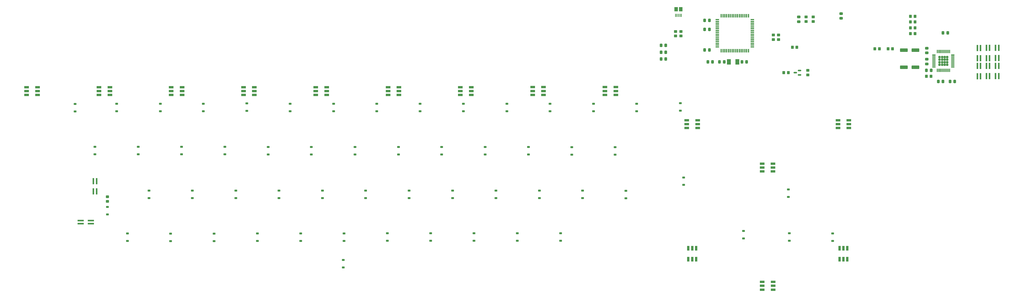
<source format=gtp>
%TF.GenerationSoftware,KiCad,Pcbnew,8.0.5*%
%TF.CreationDate,2025-01-07T07:11:47+01:00*%
%TF.ProjectId,A500KB,41353030-4b42-42e6-9b69-6361645f7063,rev?*%
%TF.SameCoordinates,Original*%
%TF.FileFunction,Paste,Top*%
%TF.FilePolarity,Positive*%
%FSLAX46Y46*%
G04 Gerber Fmt 4.6, Leading zero omitted, Abs format (unit mm)*
G04 Created by KiCad (PCBNEW 8.0.5) date 2025-01-07 07:11:47*
%MOMM*%
%LPD*%
G01*
G04 APERTURE LIST*
G04 Aperture macros list*
%AMRoundRect*
0 Rectangle with rounded corners*
0 $1 Rounding radius*
0 $2 $3 $4 $5 $6 $7 $8 $9 X,Y pos of 4 corners*
0 Add a 4 corners polygon primitive as box body*
4,1,4,$2,$3,$4,$5,$6,$7,$8,$9,$2,$3,0*
0 Add four circle primitives for the rounded corners*
1,1,$1+$1,$2,$3*
1,1,$1+$1,$4,$5*
1,1,$1+$1,$6,$7*
1,1,$1+$1,$8,$9*
0 Add four rect primitives between the rounded corners*
20,1,$1+$1,$2,$3,$4,$5,0*
20,1,$1+$1,$4,$5,$6,$7,0*
20,1,$1+$1,$6,$7,$8,$9,0*
20,1,$1+$1,$8,$9,$2,$3,0*%
%AMFreePoly0*
4,1,25,0.353073,0.485300,0.372568,0.469589,0.469589,0.372568,0.501215,0.314650,0.503891,0.289756,0.503891,-0.289756,0.485300,-0.353073,0.469589,-0.372568,0.372568,-0.469589,0.314650,-0.501215,0.289756,-0.503891,-0.289756,-0.503891,-0.353073,-0.485300,-0.372568,-0.469589,-0.469589,-0.372568,-0.501215,-0.314650,-0.503891,-0.289756,-0.503891,0.289756,-0.485300,0.353073,-0.469589,0.372568,
-0.372568,0.469589,-0.314650,0.501215,-0.289756,0.503891,0.289756,0.503891,0.353073,0.485300,0.353073,0.485300,$1*%
G04 Aperture macros list end*
%ADD10RoundRect,0.250000X-0.450000X0.325000X-0.450000X-0.325000X0.450000X-0.325000X0.450000X0.325000X0*%
%ADD11RoundRect,0.150000X0.587500X0.150000X-0.587500X0.150000X-0.587500X-0.150000X0.587500X-0.150000X0*%
%ADD12RoundRect,0.250000X0.450000X-0.350000X0.450000X0.350000X-0.450000X0.350000X-0.450000X-0.350000X0*%
%ADD13RoundRect,0.250000X-0.350000X-0.450000X0.350000X-0.450000X0.350000X0.450000X-0.350000X0.450000X0*%
%ADD14RoundRect,0.250000X0.337500X0.475000X-0.337500X0.475000X-0.337500X-0.475000X0.337500X-0.475000X0*%
%ADD15RoundRect,0.250000X-0.475000X0.337500X-0.475000X-0.337500X0.475000X-0.337500X0.475000X0.337500X0*%
%ADD16RoundRect,0.250000X0.350000X0.450000X-0.350000X0.450000X-0.350000X-0.450000X0.350000X-0.450000X0*%
%ADD17R,1.500000X0.550000*%
%ADD18R,0.550000X1.500000*%
%ADD19R,1.700000X2.400000*%
%ADD20R,0.800000X2.750000*%
%ADD21RoundRect,0.250000X-0.337500X-0.475000X0.337500X-0.475000X0.337500X0.475000X-0.337500X0.475000X0*%
%ADD22RoundRect,0.225000X-0.375000X0.225000X-0.375000X-0.225000X0.375000X-0.225000X0.375000X0.225000X0*%
%ADD23FreePoly0,180.000000*%
%ADD24RoundRect,0.075000X0.662500X0.075000X-0.662500X0.075000X-0.662500X-0.075000X0.662500X-0.075000X0*%
%ADD25RoundRect,0.075000X0.075000X0.662500X-0.075000X0.662500X-0.075000X-0.662500X0.075000X-0.662500X0*%
%ADD26RoundRect,0.250000X-0.450000X0.350000X-0.450000X-0.350000X0.450000X-0.350000X0.450000X0.350000X0*%
%ADD27RoundRect,0.250000X0.475000X-0.337500X0.475000X0.337500X-0.475000X0.337500X-0.475000X-0.337500X0*%
%ADD28R,0.400000X1.350000*%
%ADD29R,1.500000X1.900000*%
%ADD30R,2.750000X0.800000*%
%ADD31R,2.000000X1.100000*%
%ADD32RoundRect,0.250000X1.412500X0.550000X-1.412500X0.550000X-1.412500X-0.550000X1.412500X-0.550000X0*%
%ADD33R,1.100000X2.000000*%
G04 APERTURE END LIST*
D10*
%TO.C,D2*%
X68783200Y-306750000D03*
X68783200Y-308800000D03*
%TD*%
D11*
%TO.C,Q1*%
X373187500Y-253050000D03*
X373187500Y-251150000D03*
X371312500Y-252100000D03*
%TD*%
D12*
%TO.C,R1*%
X376800000Y-253075000D03*
X376800000Y-251075000D03*
%TD*%
D13*
%TO.C,R2*%
X366250000Y-252100000D03*
X368250000Y-252100000D03*
%TD*%
D14*
%TO.C,C5*%
X333537500Y-233050000D03*
X331462500Y-233050000D03*
%TD*%
D15*
%TO.C,C6*%
X372821200Y-227511700D03*
X372821200Y-229586700D03*
%TD*%
D12*
%TO.C,R4*%
X321050000Y-235925000D03*
X321050000Y-233925000D03*
%TD*%
D16*
%TO.C,R5*%
X372050000Y-240900000D03*
X370050000Y-240900000D03*
%TD*%
D17*
%TO.C,U2*%
X337048400Y-228704200D03*
X337048400Y-229504200D03*
X337048400Y-230304200D03*
X337048400Y-231104200D03*
X337048400Y-231904200D03*
X337048400Y-232704200D03*
X337048400Y-233504200D03*
X337048400Y-234304200D03*
X337048400Y-235104200D03*
X337048400Y-235904200D03*
X337048400Y-236704200D03*
X337048400Y-237504200D03*
X337048400Y-238304200D03*
X337048400Y-239104200D03*
X337048400Y-239904200D03*
X337048400Y-240704200D03*
D18*
X338748400Y-242404200D03*
X339548400Y-242404200D03*
X340348400Y-242404200D03*
X341148400Y-242404200D03*
X341948400Y-242404200D03*
X342748400Y-242404200D03*
X343548400Y-242404200D03*
X344348400Y-242404200D03*
X345148400Y-242404200D03*
X345948400Y-242404200D03*
X346748400Y-242404200D03*
X347548400Y-242404200D03*
X348348400Y-242404200D03*
X349148400Y-242404200D03*
X349948400Y-242404200D03*
X350748400Y-242404200D03*
D17*
X352448400Y-240704200D03*
X352448400Y-239904200D03*
X352448400Y-239104200D03*
X352448400Y-238304200D03*
X352448400Y-237504200D03*
X352448400Y-236704200D03*
X352448400Y-235904200D03*
X352448400Y-235104200D03*
X352448400Y-234304200D03*
X352448400Y-233504200D03*
X352448400Y-232704200D03*
X352448400Y-231904200D03*
X352448400Y-231104200D03*
X352448400Y-230304200D03*
X352448400Y-229504200D03*
X352448400Y-228704200D03*
D18*
X350748400Y-227004200D03*
X349948400Y-227004200D03*
X349148400Y-227004200D03*
X348348400Y-227004200D03*
X347548400Y-227004200D03*
X346748400Y-227004200D03*
X345948400Y-227004200D03*
X345148400Y-227004200D03*
X344348400Y-227004200D03*
X343548400Y-227004200D03*
X342748400Y-227004200D03*
X341948400Y-227004200D03*
X341148400Y-227004200D03*
X340348400Y-227004200D03*
X339548400Y-227004200D03*
X338748400Y-227004200D03*
%TD*%
D19*
%TO.C,Y2*%
X345823300Y-247321800D03*
X342123300Y-247321800D03*
%TD*%
D20*
%TO.C,D1*%
X62673000Y-304383000D03*
X64073000Y-304383000D03*
X64073000Y-299883000D03*
X62673000Y-299883000D03*
%TD*%
D13*
%TO.C,R6*%
X422000000Y-227250000D03*
X424000000Y-227250000D03*
%TD*%
D15*
%TO.C,C14*%
X391500000Y-226050000D03*
X391500000Y-228125000D03*
%TD*%
D21*
%TO.C,C3*%
X347884000Y-247359900D03*
X349959000Y-247359900D03*
%TD*%
%TO.C,C4*%
X338008700Y-247296400D03*
X340083700Y-247296400D03*
%TD*%
%TO.C,C1*%
X332898000Y-247309100D03*
X334973000Y-247309100D03*
%TD*%
D22*
%TO.C,D8*%
X77600000Y-322950000D03*
X77600000Y-326250000D03*
%TD*%
%TO.C,D9*%
X96600000Y-323000000D03*
X96600000Y-326300000D03*
%TD*%
%TO.C,D10*%
X115700000Y-323000000D03*
X115700000Y-326300000D03*
%TD*%
%TO.C,D11*%
X134800000Y-322950000D03*
X134800000Y-326250000D03*
%TD*%
%TO.C,D12*%
X153800000Y-322950000D03*
X153800000Y-326250000D03*
%TD*%
%TO.C,D13*%
X172550000Y-334600000D03*
X172550000Y-337900000D03*
%TD*%
%TO.C,D14*%
X172900000Y-322900000D03*
X172900000Y-326200000D03*
%TD*%
%TO.C,D15*%
X191900000Y-322850000D03*
X191900000Y-326150000D03*
%TD*%
%TO.C,D16*%
X211000000Y-322850000D03*
X211000000Y-326150000D03*
%TD*%
%TO.C,D17*%
X230000000Y-322850000D03*
X230000000Y-326150000D03*
%TD*%
%TO.C,D18*%
X249100000Y-322850000D03*
X249100000Y-326150000D03*
%TD*%
%TO.C,D19*%
X268100000Y-322850000D03*
X268100000Y-326150000D03*
%TD*%
%TO.C,D20*%
X387800000Y-322900000D03*
X387800000Y-326200000D03*
%TD*%
%TO.C,D21*%
X348600000Y-321850000D03*
X348600000Y-325150000D03*
%TD*%
%TO.C,D22*%
X368300000Y-303550000D03*
X368300000Y-306850000D03*
%TD*%
%TO.C,D24*%
X68800000Y-311250000D03*
X68800000Y-314550000D03*
%TD*%
%TO.C,D25*%
X87100000Y-304050000D03*
X87100000Y-307350000D03*
%TD*%
%TO.C,D26*%
X106200000Y-304050000D03*
X106200000Y-307350000D03*
%TD*%
%TO.C,D27*%
X125300000Y-304050000D03*
X125300000Y-307350000D03*
%TD*%
%TO.C,D28*%
X144300000Y-304050000D03*
X144300000Y-307350000D03*
%TD*%
%TO.C,D29*%
X163400000Y-304050000D03*
X163400000Y-307350000D03*
%TD*%
%TO.C,D30*%
X182400000Y-304050000D03*
X182400000Y-307350000D03*
%TD*%
%TO.C,D31*%
X201500000Y-304050000D03*
X201500000Y-307350000D03*
%TD*%
%TO.C,D32*%
X220600000Y-304050000D03*
X220600000Y-307350000D03*
%TD*%
%TO.C,D33*%
X239700000Y-304050000D03*
X239700000Y-307350000D03*
%TD*%
%TO.C,D34*%
X258800000Y-304050000D03*
X258800000Y-307350000D03*
%TD*%
%TO.C,D35*%
X277800000Y-304050000D03*
X277800000Y-307350000D03*
%TD*%
%TO.C,D36*%
X296800000Y-304150000D03*
X296800000Y-307450000D03*
%TD*%
D16*
%TO.C,R8*%
X424000000Y-234850000D03*
X422000000Y-234850000D03*
%TD*%
%TO.C,R9*%
X424000000Y-232350000D03*
X422000000Y-232350000D03*
%TD*%
D22*
%TO.C,D37*%
X63300000Y-284750000D03*
X63300000Y-288050000D03*
%TD*%
%TO.C,D38*%
X82400000Y-284750000D03*
X82400000Y-288050000D03*
%TD*%
%TO.C,D39*%
X101400000Y-284750000D03*
X101400000Y-288050000D03*
%TD*%
%TO.C,D40*%
X120500000Y-284750000D03*
X120500000Y-288050000D03*
%TD*%
%TO.C,D41*%
X139500000Y-284850000D03*
X139500000Y-288150000D03*
%TD*%
%TO.C,D42*%
X158500000Y-284850000D03*
X158500000Y-288150000D03*
%TD*%
%TO.C,D43*%
X177700000Y-284850000D03*
X177700000Y-288150000D03*
%TD*%
%TO.C,D44*%
X196800000Y-284850000D03*
X196800000Y-288150000D03*
%TD*%
%TO.C,D45*%
X215800000Y-284850000D03*
X215800000Y-288150000D03*
%TD*%
%TO.C,D46*%
X234900000Y-284850000D03*
X234900000Y-288150000D03*
%TD*%
%TO.C,D47*%
X254000000Y-284850000D03*
X254000000Y-288150000D03*
%TD*%
%TO.C,D48*%
X273000000Y-284900000D03*
X273000000Y-288200000D03*
%TD*%
%TO.C,D49*%
X292100000Y-284900000D03*
X292100000Y-288200000D03*
%TD*%
%TO.C,D50*%
X322200000Y-298250000D03*
X322200000Y-301550000D03*
%TD*%
D20*
%TO.C,D5*%
X451400000Y-253638000D03*
X452800000Y-253638000D03*
X452800000Y-249138000D03*
X451400000Y-249138000D03*
%TD*%
%TO.C,D6*%
X455400000Y-253625000D03*
X456800000Y-253625000D03*
X456800000Y-249125000D03*
X455400000Y-249125000D03*
%TD*%
%TO.C,D7*%
X459400000Y-253625000D03*
X460800000Y-253625000D03*
X460800000Y-249125000D03*
X459400000Y-249125000D03*
%TD*%
%TO.C,D52*%
X456800000Y-241179900D03*
X455400000Y-241179900D03*
X455400000Y-245679900D03*
X456800000Y-245679900D03*
%TD*%
%TO.C,D53*%
X460800000Y-241167200D03*
X459400000Y-241167200D03*
X459400000Y-245667200D03*
X460800000Y-245667200D03*
%TD*%
D23*
%TO.C,U1*%
X438150000Y-248587500D03*
X438150000Y-247462500D03*
X438150000Y-246337500D03*
X438150000Y-245212500D03*
X437025000Y-248587500D03*
X437025000Y-247462500D03*
X437025000Y-246337500D03*
X437025000Y-245212500D03*
X435900000Y-248587500D03*
X435900000Y-247462500D03*
X435900000Y-246337500D03*
X435900000Y-245212500D03*
X434775000Y-248587500D03*
X434775000Y-247462500D03*
X434775000Y-246337500D03*
X434775000Y-245212500D03*
D24*
X440625000Y-249650000D03*
X440625000Y-249150000D03*
X440625000Y-248650000D03*
X440625000Y-248150000D03*
X440625000Y-247650000D03*
X440625000Y-247150000D03*
X440625000Y-246650000D03*
X440625000Y-246150000D03*
X440625000Y-245650000D03*
X440625000Y-245150000D03*
X440625000Y-244650000D03*
X440625000Y-244150000D03*
D25*
X439212500Y-242737500D03*
X438712500Y-242737500D03*
X438212500Y-242737500D03*
X437712500Y-242737500D03*
X437212500Y-242737500D03*
X436712500Y-242737500D03*
X436212500Y-242737500D03*
X435712500Y-242737500D03*
X435212500Y-242737500D03*
X434712500Y-242737500D03*
X434212500Y-242737500D03*
X433712500Y-242737500D03*
D24*
X432300000Y-244150000D03*
X432300000Y-244650000D03*
X432300000Y-245150000D03*
X432300000Y-245650000D03*
X432300000Y-246150000D03*
X432300000Y-246650000D03*
X432300000Y-247150000D03*
X432300000Y-247650000D03*
X432300000Y-248150000D03*
X432300000Y-248650000D03*
X432300000Y-249150000D03*
X432300000Y-249650000D03*
D25*
X433712500Y-251062500D03*
X434212500Y-251062500D03*
X434712500Y-251062500D03*
X435212500Y-251062500D03*
X435712500Y-251062500D03*
X436212500Y-251062500D03*
X436712500Y-251062500D03*
X437212500Y-251062500D03*
X437712500Y-251062500D03*
X438212500Y-251062500D03*
X438712500Y-251062500D03*
X439212500Y-251062500D03*
%TD*%
D14*
%TO.C,C10*%
X438362500Y-234550000D03*
X436287500Y-234550000D03*
%TD*%
D21*
%TO.C,C11*%
X439387500Y-255950000D03*
X441462500Y-255950000D03*
%TD*%
D15*
%TO.C,C12*%
X429150000Y-246137500D03*
X429150000Y-248212500D03*
%TD*%
D13*
%TO.C,R7*%
X429025000Y-253700000D03*
X431025000Y-253700000D03*
%TD*%
D14*
%TO.C,C13*%
X431087500Y-251050000D03*
X429012500Y-251050000D03*
%TD*%
%TO.C,C9*%
X436312500Y-255950000D03*
X434237500Y-255950000D03*
%TD*%
D26*
%TO.C,R10*%
X361696000Y-235474000D03*
X361696000Y-237474000D03*
%TD*%
%TO.C,R11*%
X363982000Y-235465000D03*
X363982000Y-237465000D03*
%TD*%
D22*
%TO.C,D54*%
X54600000Y-265850000D03*
X54600000Y-269150000D03*
%TD*%
%TO.C,D55*%
X72900000Y-265750000D03*
X72900000Y-269050000D03*
%TD*%
%TO.C,D56*%
X92100000Y-265750000D03*
X92100000Y-269050000D03*
%TD*%
%TO.C,D57*%
X111000000Y-265750000D03*
X111000000Y-269050000D03*
%TD*%
%TO.C,D58*%
X130100000Y-265650000D03*
X130100000Y-268950000D03*
%TD*%
%TO.C,D59*%
X149200000Y-265750000D03*
X149200000Y-269050000D03*
%TD*%
%TO.C,D60*%
X168300000Y-265750000D03*
X168300000Y-269050000D03*
%TD*%
%TO.C,D61*%
X187300000Y-265750000D03*
X187300000Y-269050000D03*
%TD*%
%TO.C,D62*%
X206300000Y-265750000D03*
X206300000Y-269050000D03*
%TD*%
%TO.C,D63*%
X225400000Y-265750000D03*
X225400000Y-269050000D03*
%TD*%
%TO.C,D64*%
X244500000Y-265750000D03*
X244500000Y-269050000D03*
%TD*%
%TO.C,D65*%
X263500000Y-265750000D03*
X263500000Y-269050000D03*
%TD*%
%TO.C,D66*%
X282600000Y-265750000D03*
X282600000Y-269050000D03*
%TD*%
%TO.C,D67*%
X301600000Y-265750000D03*
X301600000Y-269050000D03*
%TD*%
%TO.C,D68*%
X320800000Y-265550000D03*
X320800000Y-268850000D03*
%TD*%
D21*
%TO.C,C2*%
X331487500Y-242050000D03*
X333562500Y-242050000D03*
%TD*%
D27*
%TO.C,C7*%
X429150000Y-243362500D03*
X429150000Y-241287500D03*
%TD*%
D14*
%TO.C,C8*%
X333562500Y-229000000D03*
X331487500Y-229000000D03*
%TD*%
D16*
%TO.C,R12*%
X424000000Y-229750000D03*
X422000000Y-229750000D03*
%TD*%
D13*
%TO.C,R13*%
X412122000Y-241554000D03*
X414122000Y-241554000D03*
%TD*%
%TO.C,R14*%
X406298000Y-241554000D03*
X408298000Y-241554000D03*
%TD*%
D12*
%TO.C,R16*%
X376047000Y-229527500D03*
X376047000Y-227527500D03*
%TD*%
%TO.C,R15*%
X379222000Y-229527500D03*
X379222000Y-227527500D03*
%TD*%
D22*
%TO.C,D23*%
X368700000Y-322850000D03*
X368700000Y-326150000D03*
%TD*%
D12*
%TO.C,R3*%
X318700000Y-235925000D03*
X318700000Y-233925000D03*
%TD*%
D28*
%TO.C,J2*%
X321250000Y-226850000D03*
X320600000Y-226850000D03*
X319950000Y-226850000D03*
X319300000Y-226850000D03*
X318650000Y-226850000D03*
D29*
X320950000Y-224150000D03*
X318950000Y-224150000D03*
%TD*%
D20*
%TO.C,D51*%
X452800000Y-241187500D03*
X451400000Y-241187500D03*
X451400000Y-245687500D03*
X452800000Y-245687500D03*
%TD*%
D30*
%TO.C,D69*%
X57050000Y-317250000D03*
X57050000Y-318650000D03*
X61550000Y-318650000D03*
X61550000Y-317250000D03*
%TD*%
D31*
%TO.C,D72*%
X96877700Y-258500000D03*
X96877700Y-260200000D03*
X96877700Y-261900000D03*
X101677700Y-261900000D03*
X101677700Y-260200000D03*
X101677700Y-258500000D03*
%TD*%
%TO.C,D73*%
X128664750Y-258500000D03*
X128664750Y-260200000D03*
X128664750Y-261900000D03*
X133464750Y-261900000D03*
X133464750Y-260200000D03*
X133464750Y-258500000D03*
%TD*%
%TO.C,D83*%
X361600000Y-347700000D03*
X361600000Y-346000000D03*
X361600000Y-344300000D03*
X356800000Y-344300000D03*
X356800000Y-346000000D03*
X356800000Y-347700000D03*
%TD*%
%TO.C,D71*%
X65090650Y-258500000D03*
X65090650Y-260200000D03*
X65090650Y-261900000D03*
X69890650Y-261900000D03*
X69890650Y-260200000D03*
X69890650Y-258500000D03*
%TD*%
D32*
%TO.C,C15*%
X424175000Y-249650000D03*
X419100000Y-249650000D03*
%TD*%
D31*
%TO.C,D70*%
X33303600Y-258500000D03*
X33303600Y-260200000D03*
X33303600Y-261900000D03*
X38103600Y-261900000D03*
X38103600Y-260200000D03*
X38103600Y-258500000D03*
%TD*%
%TO.C,D81*%
X390100000Y-273026400D03*
X390100000Y-274726400D03*
X390100000Y-276426400D03*
X394900000Y-276426400D03*
X394900000Y-274726400D03*
X394900000Y-273026400D03*
%TD*%
%TO.C,D80*%
X356750000Y-292200000D03*
X356750000Y-293900000D03*
X356750000Y-295600000D03*
X361550000Y-295600000D03*
X361550000Y-293900000D03*
X361550000Y-292200000D03*
%TD*%
%TO.C,D77*%
X255812950Y-258450000D03*
X255812950Y-260150000D03*
X255812950Y-261850000D03*
X260612950Y-261850000D03*
X260612950Y-260150000D03*
X260612950Y-258450000D03*
%TD*%
%TO.C,D75*%
X192238850Y-258500000D03*
X192238850Y-260200000D03*
X192238850Y-261900000D03*
X197038850Y-261900000D03*
X197038850Y-260200000D03*
X197038850Y-258500000D03*
%TD*%
%TO.C,D78*%
X287600000Y-258450000D03*
X287600000Y-260150000D03*
X287600000Y-261850000D03*
X292400000Y-261850000D03*
X292400000Y-260150000D03*
X292400000Y-258450000D03*
%TD*%
%TO.C,D76*%
X224025900Y-258500000D03*
X224025900Y-260200000D03*
X224025900Y-261900000D03*
X228825900Y-261900000D03*
X228825900Y-260200000D03*
X228825900Y-258500000D03*
%TD*%
D32*
%TO.C,C16*%
X424175000Y-242150000D03*
X419100000Y-242150000D03*
%TD*%
D14*
%TO.C,C18*%
X314375000Y-243060000D03*
X312300000Y-243060000D03*
%TD*%
D31*
%TO.C,D79*%
X323600000Y-273026400D03*
X323600000Y-274726400D03*
X323600000Y-276426400D03*
X328400000Y-276426400D03*
X328400000Y-274726400D03*
X328400000Y-273026400D03*
%TD*%
D14*
%TO.C,C17*%
X314375000Y-246070000D03*
X312300000Y-246070000D03*
%TD*%
D33*
%TO.C,D84*%
X324300000Y-334250000D03*
X326000000Y-334250000D03*
X327700000Y-334250000D03*
X327700000Y-329450000D03*
X326000000Y-329450000D03*
X324300000Y-329450000D03*
%TD*%
D31*
%TO.C,D74*%
X160451800Y-258500000D03*
X160451800Y-260200000D03*
X160451800Y-261900000D03*
X165251800Y-261900000D03*
X165251800Y-260200000D03*
X165251800Y-258500000D03*
%TD*%
D33*
%TO.C,D82*%
X394200000Y-329476400D03*
X392500000Y-329476400D03*
X390800000Y-329476400D03*
X390800000Y-334276400D03*
X392500000Y-334276400D03*
X394200000Y-334276400D03*
%TD*%
D14*
%TO.C,C19*%
X314375000Y-240050000D03*
X312300000Y-240050000D03*
%TD*%
M02*

</source>
